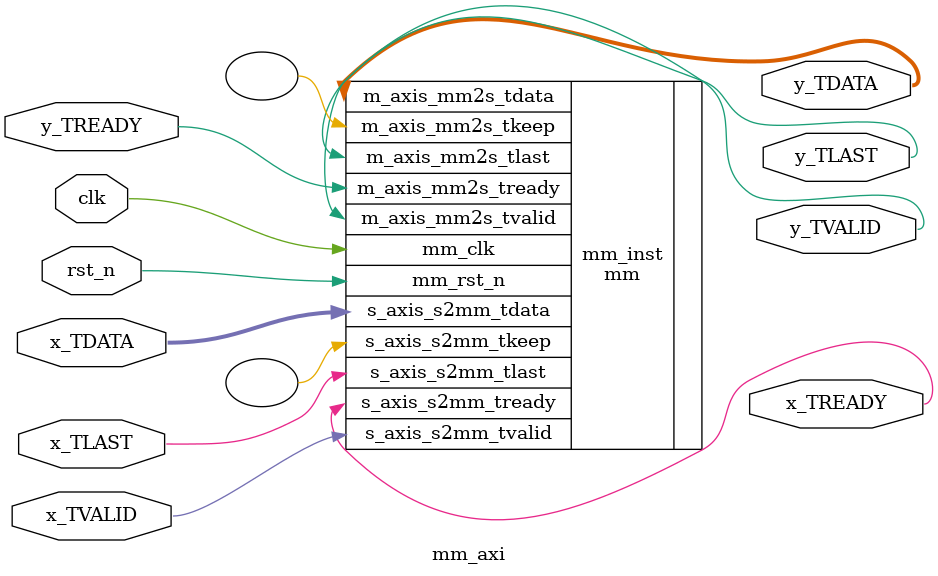
<source format=v>

module mm_axi 
#(
	parameter M=4,
	parameter N=4)
(
        clk,
        rst_n,
	// incoming stream
        x_TDATA,
        x_TVALID,
        x_TREADY,
        x_TLAST,
	// outgoing stream
        y_TDATA,
        y_TVALID,
        y_TREADY,
        y_TLAST
);

input   clk;
input   rst_n;
input  [31:0] x_TDATA;
input   x_TVALID;
output   x_TREADY;
input  [0:0] x_TLAST;
output  [31:0] y_TDATA;
output   y_TVALID;
input   y_TREADY;
output  [0:0] y_TLAST;

mm #(.M(M), .N(N), .D_W(8))
mm_inst (
	.mm_clk(clk),
	.mm_rst_n(rst_n),

	.s_axis_s2mm_tdata(x_TDATA),
	.s_axis_s2mm_tkeep(),
	.s_axis_s2mm_tlast(x_TLAST),
	.s_axis_s2mm_tready(x_TREADY),
	.s_axis_s2mm_tvalid(x_TVALID),

	.m_axis_mm2s_tdata(y_TDATA),
	.m_axis_mm2s_tkeep(),
	.m_axis_mm2s_tlast(y_TLAST),
	.m_axis_mm2s_tready(y_TREADY),
	.m_axis_mm2s_tvalid(y_TVALID)
);

endmodule //mm_axi


</source>
